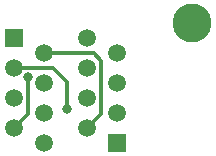
<source format=gbr>
%TF.GenerationSoftware,KiCad,Pcbnew,(5.1.7)-1*%
%TF.CreationDate,2020-11-07T09:28:26-05:00*%
%TF.ProjectId,Rec_Converter,5265635f-436f-46e7-9665-727465722e6b,v1*%
%TF.SameCoordinates,Original*%
%TF.FileFunction,Copper,L1,Top*%
%TF.FilePolarity,Positive*%
%FSLAX46Y46*%
G04 Gerber Fmt 4.6, Leading zero omitted, Abs format (unit mm)*
G04 Created by KiCad (PCBNEW (5.1.7)-1) date 2020-11-07 09:28:26*
%MOMM*%
%LPD*%
G01*
G04 APERTURE LIST*
%TA.AperFunction,ComponentPad*%
%ADD10C,1.500000*%
%TD*%
%TA.AperFunction,ComponentPad*%
%ADD11R,1.500000X1.500000*%
%TD*%
%TA.AperFunction,WasherPad*%
%ADD12C,3.300000*%
%TD*%
%TA.AperFunction,ViaPad*%
%ADD13C,0.800000*%
%TD*%
%TA.AperFunction,Conductor*%
%ADD14C,0.500000*%
%TD*%
%TA.AperFunction,Conductor*%
%ADD15C,0.350000*%
%TD*%
G04 APERTURE END LIST*
D10*
%TO.P,J1,8*%
%TO.N,Net-(J1-Pad8)*%
X150040000Y-114640000D03*
%TO.P,J1,7*%
%TO.N,Net-(J1-Pad7)*%
X147500000Y-113370000D03*
%TO.P,J1,6*%
%TO.N,Net-(J1-Pad6)*%
X150040000Y-112100000D03*
%TO.P,J1,5*%
%TO.N,Net-(J1-Pad5)*%
X147500000Y-110830000D03*
%TO.P,J1,4*%
%TO.N,Net-(J1-Pad4)*%
X150040000Y-109560000D03*
%TO.P,J1,3*%
%TO.N,Net-(J1-Pad3)*%
X147500000Y-108290000D03*
%TO.P,J1,2*%
%TO.N,Net-(J1-Pad2)*%
X150040000Y-107020000D03*
D11*
%TO.P,J1,1*%
%TO.N,Net-(J1-Pad1)*%
X147500000Y-105750000D03*
%TD*%
D10*
%TO.P,J2,8*%
%TO.N,Net-(J1-Pad8)*%
X153660000Y-105750000D03*
%TO.P,J2,7*%
%TO.N,Net-(J1-Pad7)*%
X156200000Y-107020000D03*
%TO.P,J2,6*%
%TO.N,Net-(J1-Pad4)*%
X153660000Y-108290000D03*
%TO.P,J2,5*%
%TO.N,Net-(J1-Pad5)*%
X156200000Y-109560000D03*
%TO.P,J2,4*%
%TO.N,Net-(J1-Pad6)*%
X153660000Y-110830000D03*
%TO.P,J2,3*%
%TO.N,Net-(J1-Pad3)*%
X156200000Y-112100000D03*
%TO.P,J2,2*%
%TO.N,Net-(J1-Pad2)*%
X153660000Y-113370000D03*
D11*
%TO.P,J2,1*%
%TO.N,Net-(J1-Pad1)*%
X156200000Y-114640000D03*
D12*
%TO.P,J2,*%
%TO.N,*%
X162550000Y-104480000D03*
%TD*%
D13*
%TO.N,Net-(J1-Pad7)*%
X148700000Y-109000000D03*
%TO.N,Net-(J1-Pad3)*%
X152000000Y-111700000D03*
%TD*%
D14*
%TO.N,Net-(J1-Pad7)*%
X147500000Y-113370000D02*
X147569999Y-113300001D01*
D15*
X148700000Y-112170000D02*
X147500000Y-113370000D01*
X148700000Y-109000000D02*
X148700000Y-112170000D01*
%TO.N,Net-(J1-Pad3)*%
X147500000Y-108290000D02*
X147565001Y-108224999D01*
X147565001Y-108224999D02*
X150824999Y-108224999D01*
X150824999Y-108224999D02*
X152000000Y-109400000D01*
X152000000Y-109400000D02*
X152000000Y-111700000D01*
%TO.N,Net-(J1-Pad2)*%
X154900000Y-112130000D02*
X153660000Y-113370000D01*
X154900000Y-107682499D02*
X154900000Y-112130000D01*
X154237501Y-107020000D02*
X154900000Y-107682499D01*
X150040000Y-107020000D02*
X154237501Y-107020000D01*
%TD*%
M02*

</source>
